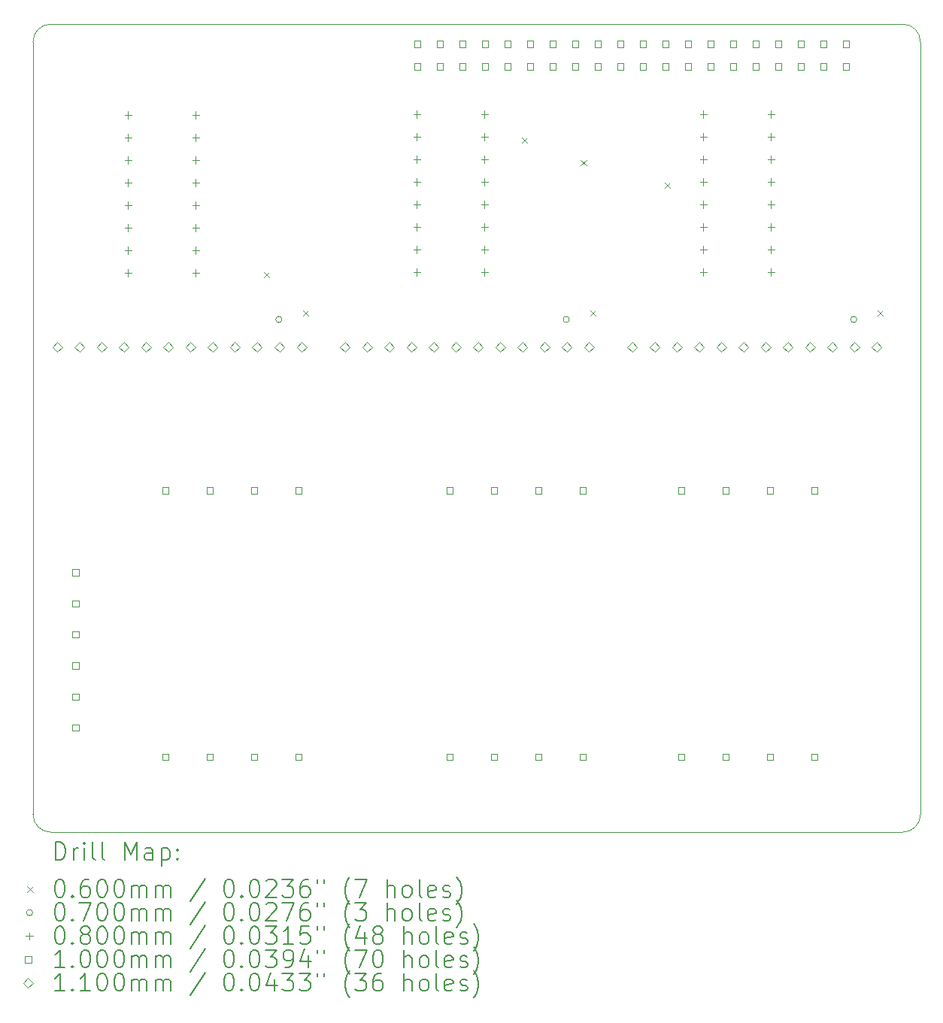
<source format=gbr>
%TF.GenerationSoftware,KiCad,Pcbnew,(6.0.8)*%
%TF.CreationDate,2022-10-16T23:30:22+02:00*%
%TF.ProjectId,RPiWattMeterHatv3,52506957-6174-4744-9d65-746572486174,rev?*%
%TF.SameCoordinates,Original*%
%TF.FileFunction,Drillmap*%
%TF.FilePolarity,Positive*%
%FSLAX45Y45*%
G04 Gerber Fmt 4.5, Leading zero omitted, Abs format (unit mm)*
G04 Created by KiCad (PCBNEW (6.0.8)) date 2022-10-16 23:30:22*
%MOMM*%
%LPD*%
G01*
G04 APERTURE LIST*
%ADD10C,0.050000*%
%ADD11C,0.200000*%
%ADD12C,0.060000*%
%ADD13C,0.070000*%
%ADD14C,0.080000*%
%ADD15C,0.100000*%
%ADD16C,0.110000*%
G04 APERTURE END LIST*
D10*
X6707500Y-4400000D02*
X16300000Y-4400000D01*
X6507500Y-13302000D02*
X6507500Y-4600000D01*
X16500000Y-4600000D02*
X16500000Y-13302000D01*
X16500000Y-4600000D02*
G75*
G03*
X16300000Y-4400000I-200000J0D01*
G01*
X16300000Y-13502000D02*
X6707500Y-13502000D01*
X16300000Y-13502000D02*
G75*
G03*
X16500000Y-13302000I0J200000D01*
G01*
X6507500Y-13302000D02*
G75*
G03*
X6707500Y-13502000I200000J0D01*
G01*
X6707500Y-4400000D02*
G75*
G03*
X6507500Y-4600000I0J-200000D01*
G01*
D11*
D12*
X9107000Y-7197000D02*
X9167000Y-7257000D01*
X9167000Y-7197000D02*
X9107000Y-7257000D01*
X9544500Y-7622000D02*
X9604500Y-7682000D01*
X9604500Y-7622000D02*
X9544500Y-7682000D01*
X12012000Y-5677637D02*
X12072000Y-5737637D01*
X12072000Y-5677637D02*
X12012000Y-5737637D01*
X12677000Y-5928189D02*
X12737000Y-5988189D01*
X12737000Y-5928189D02*
X12677000Y-5988189D01*
X12782000Y-7622000D02*
X12842000Y-7682000D01*
X12842000Y-7622000D02*
X12782000Y-7682000D01*
X13617871Y-6182871D02*
X13677871Y-6242871D01*
X13677871Y-6182871D02*
X13617871Y-6242871D01*
X16019500Y-7622000D02*
X16079500Y-7682000D01*
X16079500Y-7622000D02*
X16019500Y-7682000D01*
D13*
X9309500Y-7727000D02*
G75*
G03*
X9309500Y-7727000I-35000J0D01*
G01*
X12547000Y-7727000D02*
G75*
G03*
X12547000Y-7727000I-35000J0D01*
G01*
X15784500Y-7727000D02*
G75*
G03*
X15784500Y-7727000I-35000J0D01*
G01*
D14*
X7580000Y-5384000D02*
X7580000Y-5464000D01*
X7540000Y-5424000D02*
X7620000Y-5424000D01*
X7580000Y-5638000D02*
X7580000Y-5718000D01*
X7540000Y-5678000D02*
X7620000Y-5678000D01*
X7580000Y-5892000D02*
X7580000Y-5972000D01*
X7540000Y-5932000D02*
X7620000Y-5932000D01*
X7580000Y-6146000D02*
X7580000Y-6226000D01*
X7540000Y-6186000D02*
X7620000Y-6186000D01*
X7580000Y-6400000D02*
X7580000Y-6480000D01*
X7540000Y-6440000D02*
X7620000Y-6440000D01*
X7580000Y-6654000D02*
X7580000Y-6734000D01*
X7540000Y-6694000D02*
X7620000Y-6694000D01*
X7580000Y-6908000D02*
X7580000Y-6988000D01*
X7540000Y-6948000D02*
X7620000Y-6948000D01*
X7580000Y-7162000D02*
X7580000Y-7242000D01*
X7540000Y-7202000D02*
X7620000Y-7202000D01*
X8342000Y-5384000D02*
X8342000Y-5464000D01*
X8302000Y-5424000D02*
X8382000Y-5424000D01*
X8342000Y-5638000D02*
X8342000Y-5718000D01*
X8302000Y-5678000D02*
X8382000Y-5678000D01*
X8342000Y-5892000D02*
X8342000Y-5972000D01*
X8302000Y-5932000D02*
X8382000Y-5932000D01*
X8342000Y-6146000D02*
X8342000Y-6226000D01*
X8302000Y-6186000D02*
X8382000Y-6186000D01*
X8342000Y-6400000D02*
X8342000Y-6480000D01*
X8302000Y-6440000D02*
X8382000Y-6440000D01*
X8342000Y-6654000D02*
X8342000Y-6734000D01*
X8302000Y-6694000D02*
X8382000Y-6694000D01*
X8342000Y-6908000D02*
X8342000Y-6988000D01*
X8302000Y-6948000D02*
X8382000Y-6948000D01*
X8342000Y-7162000D02*
X8342000Y-7242000D01*
X8302000Y-7202000D02*
X8382000Y-7202000D01*
X10830000Y-5374000D02*
X10830000Y-5454000D01*
X10790000Y-5414000D02*
X10870000Y-5414000D01*
X10830000Y-5628000D02*
X10830000Y-5708000D01*
X10790000Y-5668000D02*
X10870000Y-5668000D01*
X10830000Y-5882000D02*
X10830000Y-5962000D01*
X10790000Y-5922000D02*
X10870000Y-5922000D01*
X10830000Y-6136000D02*
X10830000Y-6216000D01*
X10790000Y-6176000D02*
X10870000Y-6176000D01*
X10830000Y-6390000D02*
X10830000Y-6470000D01*
X10790000Y-6430000D02*
X10870000Y-6430000D01*
X10830000Y-6644000D02*
X10830000Y-6724000D01*
X10790000Y-6684000D02*
X10870000Y-6684000D01*
X10830000Y-6898000D02*
X10830000Y-6978000D01*
X10790000Y-6938000D02*
X10870000Y-6938000D01*
X10830000Y-7152000D02*
X10830000Y-7232000D01*
X10790000Y-7192000D02*
X10870000Y-7192000D01*
X11592000Y-5374000D02*
X11592000Y-5454000D01*
X11552000Y-5414000D02*
X11632000Y-5414000D01*
X11592000Y-5628000D02*
X11592000Y-5708000D01*
X11552000Y-5668000D02*
X11632000Y-5668000D01*
X11592000Y-5882000D02*
X11592000Y-5962000D01*
X11552000Y-5922000D02*
X11632000Y-5922000D01*
X11592000Y-6136000D02*
X11592000Y-6216000D01*
X11552000Y-6176000D02*
X11632000Y-6176000D01*
X11592000Y-6390000D02*
X11592000Y-6470000D01*
X11552000Y-6430000D02*
X11632000Y-6430000D01*
X11592000Y-6644000D02*
X11592000Y-6724000D01*
X11552000Y-6684000D02*
X11632000Y-6684000D01*
X11592000Y-6898000D02*
X11592000Y-6978000D01*
X11552000Y-6938000D02*
X11632000Y-6938000D01*
X11592000Y-7152000D02*
X11592000Y-7232000D01*
X11552000Y-7192000D02*
X11632000Y-7192000D01*
X14055000Y-5374000D02*
X14055000Y-5454000D01*
X14015000Y-5414000D02*
X14095000Y-5414000D01*
X14055000Y-5628000D02*
X14055000Y-5708000D01*
X14015000Y-5668000D02*
X14095000Y-5668000D01*
X14055000Y-5882000D02*
X14055000Y-5962000D01*
X14015000Y-5922000D02*
X14095000Y-5922000D01*
X14055000Y-6136000D02*
X14055000Y-6216000D01*
X14015000Y-6176000D02*
X14095000Y-6176000D01*
X14055000Y-6390000D02*
X14055000Y-6470000D01*
X14015000Y-6430000D02*
X14095000Y-6430000D01*
X14055000Y-6644000D02*
X14055000Y-6724000D01*
X14015000Y-6684000D02*
X14095000Y-6684000D01*
X14055000Y-6898000D02*
X14055000Y-6978000D01*
X14015000Y-6938000D02*
X14095000Y-6938000D01*
X14055000Y-7152000D02*
X14055000Y-7232000D01*
X14015000Y-7192000D02*
X14095000Y-7192000D01*
X14817000Y-5374000D02*
X14817000Y-5454000D01*
X14777000Y-5414000D02*
X14857000Y-5414000D01*
X14817000Y-5628000D02*
X14817000Y-5708000D01*
X14777000Y-5668000D02*
X14857000Y-5668000D01*
X14817000Y-5882000D02*
X14817000Y-5962000D01*
X14777000Y-5922000D02*
X14857000Y-5922000D01*
X14817000Y-6136000D02*
X14817000Y-6216000D01*
X14777000Y-6176000D02*
X14857000Y-6176000D01*
X14817000Y-6390000D02*
X14817000Y-6470000D01*
X14777000Y-6430000D02*
X14857000Y-6430000D01*
X14817000Y-6644000D02*
X14817000Y-6724000D01*
X14777000Y-6684000D02*
X14857000Y-6684000D01*
X14817000Y-6898000D02*
X14817000Y-6978000D01*
X14777000Y-6938000D02*
X14857000Y-6938000D01*
X14817000Y-7152000D02*
X14817000Y-7232000D01*
X14777000Y-7192000D02*
X14857000Y-7192000D01*
D15*
X7022356Y-10612356D02*
X7022356Y-10541644D01*
X6951644Y-10541644D01*
X6951644Y-10612356D01*
X7022356Y-10612356D01*
X7022356Y-10962356D02*
X7022356Y-10891644D01*
X6951644Y-10891644D01*
X6951644Y-10962356D01*
X7022356Y-10962356D01*
X7022356Y-11312356D02*
X7022356Y-11241644D01*
X6951644Y-11241644D01*
X6951644Y-11312356D01*
X7022356Y-11312356D01*
X7022356Y-11662356D02*
X7022356Y-11591644D01*
X6951644Y-11591644D01*
X6951644Y-11662356D01*
X7022356Y-11662356D01*
X7022356Y-12012356D02*
X7022356Y-11941644D01*
X6951644Y-11941644D01*
X6951644Y-12012356D01*
X7022356Y-12012356D01*
X7022356Y-12362356D02*
X7022356Y-12291644D01*
X6951644Y-12291644D01*
X6951644Y-12362356D01*
X7022356Y-12362356D01*
X8032356Y-9687356D02*
X8032356Y-9616644D01*
X7961644Y-9616644D01*
X7961644Y-9687356D01*
X8032356Y-9687356D01*
X8032356Y-12687356D02*
X8032356Y-12616644D01*
X7961644Y-12616644D01*
X7961644Y-12687356D01*
X8032356Y-12687356D01*
X8532356Y-9687356D02*
X8532356Y-9616644D01*
X8461644Y-9616644D01*
X8461644Y-9687356D01*
X8532356Y-9687356D01*
X8532356Y-12687356D02*
X8532356Y-12616644D01*
X8461644Y-12616644D01*
X8461644Y-12687356D01*
X8532356Y-12687356D01*
X9032356Y-9687356D02*
X9032356Y-9616644D01*
X8961644Y-9616644D01*
X8961644Y-9687356D01*
X9032356Y-9687356D01*
X9032356Y-12687356D02*
X9032356Y-12616644D01*
X8961644Y-12616644D01*
X8961644Y-12687356D01*
X9032356Y-12687356D01*
X9532356Y-9687356D02*
X9532356Y-9616644D01*
X9461644Y-9616644D01*
X9461644Y-9687356D01*
X9532356Y-9687356D01*
X9532356Y-12687356D02*
X9532356Y-12616644D01*
X9461644Y-12616644D01*
X9461644Y-12687356D01*
X9532356Y-12687356D01*
X10872356Y-4658356D02*
X10872356Y-4587644D01*
X10801644Y-4587644D01*
X10801644Y-4658356D01*
X10872356Y-4658356D01*
X10872356Y-4912356D02*
X10872356Y-4841644D01*
X10801644Y-4841644D01*
X10801644Y-4912356D01*
X10872356Y-4912356D01*
X11126356Y-4658356D02*
X11126356Y-4587644D01*
X11055644Y-4587644D01*
X11055644Y-4658356D01*
X11126356Y-4658356D01*
X11126356Y-4912356D02*
X11126356Y-4841644D01*
X11055644Y-4841644D01*
X11055644Y-4912356D01*
X11126356Y-4912356D01*
X11232356Y-9687356D02*
X11232356Y-9616644D01*
X11161644Y-9616644D01*
X11161644Y-9687356D01*
X11232356Y-9687356D01*
X11232356Y-12687356D02*
X11232356Y-12616644D01*
X11161644Y-12616644D01*
X11161644Y-12687356D01*
X11232356Y-12687356D01*
X11380356Y-4658356D02*
X11380356Y-4587644D01*
X11309644Y-4587644D01*
X11309644Y-4658356D01*
X11380356Y-4658356D01*
X11380356Y-4912356D02*
X11380356Y-4841644D01*
X11309644Y-4841644D01*
X11309644Y-4912356D01*
X11380356Y-4912356D01*
X11634356Y-4658356D02*
X11634356Y-4587644D01*
X11563644Y-4587644D01*
X11563644Y-4658356D01*
X11634356Y-4658356D01*
X11634356Y-4912356D02*
X11634356Y-4841644D01*
X11563644Y-4841644D01*
X11563644Y-4912356D01*
X11634356Y-4912356D01*
X11732356Y-9687356D02*
X11732356Y-9616644D01*
X11661644Y-9616644D01*
X11661644Y-9687356D01*
X11732356Y-9687356D01*
X11732356Y-12687356D02*
X11732356Y-12616644D01*
X11661644Y-12616644D01*
X11661644Y-12687356D01*
X11732356Y-12687356D01*
X11888356Y-4658356D02*
X11888356Y-4587644D01*
X11817644Y-4587644D01*
X11817644Y-4658356D01*
X11888356Y-4658356D01*
X11888356Y-4912356D02*
X11888356Y-4841644D01*
X11817644Y-4841644D01*
X11817644Y-4912356D01*
X11888356Y-4912356D01*
X12142356Y-4658356D02*
X12142356Y-4587644D01*
X12071644Y-4587644D01*
X12071644Y-4658356D01*
X12142356Y-4658356D01*
X12142356Y-4912356D02*
X12142356Y-4841644D01*
X12071644Y-4841644D01*
X12071644Y-4912356D01*
X12142356Y-4912356D01*
X12232356Y-9687356D02*
X12232356Y-9616644D01*
X12161644Y-9616644D01*
X12161644Y-9687356D01*
X12232356Y-9687356D01*
X12232356Y-12687356D02*
X12232356Y-12616644D01*
X12161644Y-12616644D01*
X12161644Y-12687356D01*
X12232356Y-12687356D01*
X12396356Y-4658356D02*
X12396356Y-4587644D01*
X12325644Y-4587644D01*
X12325644Y-4658356D01*
X12396356Y-4658356D01*
X12396356Y-4912356D02*
X12396356Y-4841644D01*
X12325644Y-4841644D01*
X12325644Y-4912356D01*
X12396356Y-4912356D01*
X12650356Y-4658356D02*
X12650356Y-4587644D01*
X12579644Y-4587644D01*
X12579644Y-4658356D01*
X12650356Y-4658356D01*
X12650356Y-4912356D02*
X12650356Y-4841644D01*
X12579644Y-4841644D01*
X12579644Y-4912356D01*
X12650356Y-4912356D01*
X12732356Y-9687356D02*
X12732356Y-9616644D01*
X12661644Y-9616644D01*
X12661644Y-9687356D01*
X12732356Y-9687356D01*
X12732356Y-12687356D02*
X12732356Y-12616644D01*
X12661644Y-12616644D01*
X12661644Y-12687356D01*
X12732356Y-12687356D01*
X12904356Y-4658356D02*
X12904356Y-4587644D01*
X12833644Y-4587644D01*
X12833644Y-4658356D01*
X12904356Y-4658356D01*
X12904356Y-4912356D02*
X12904356Y-4841644D01*
X12833644Y-4841644D01*
X12833644Y-4912356D01*
X12904356Y-4912356D01*
X13158356Y-4658356D02*
X13158356Y-4587644D01*
X13087644Y-4587644D01*
X13087644Y-4658356D01*
X13158356Y-4658356D01*
X13158356Y-4912356D02*
X13158356Y-4841644D01*
X13087644Y-4841644D01*
X13087644Y-4912356D01*
X13158356Y-4912356D01*
X13412356Y-4658356D02*
X13412356Y-4587644D01*
X13341644Y-4587644D01*
X13341644Y-4658356D01*
X13412356Y-4658356D01*
X13412356Y-4912356D02*
X13412356Y-4841644D01*
X13341644Y-4841644D01*
X13341644Y-4912356D01*
X13412356Y-4912356D01*
X13666356Y-4658356D02*
X13666356Y-4587644D01*
X13595644Y-4587644D01*
X13595644Y-4658356D01*
X13666356Y-4658356D01*
X13666356Y-4912356D02*
X13666356Y-4841644D01*
X13595644Y-4841644D01*
X13595644Y-4912356D01*
X13666356Y-4912356D01*
X13842356Y-9687356D02*
X13842356Y-9616644D01*
X13771644Y-9616644D01*
X13771644Y-9687356D01*
X13842356Y-9687356D01*
X13842356Y-12687356D02*
X13842356Y-12616644D01*
X13771644Y-12616644D01*
X13771644Y-12687356D01*
X13842356Y-12687356D01*
X13920356Y-4658356D02*
X13920356Y-4587644D01*
X13849644Y-4587644D01*
X13849644Y-4658356D01*
X13920356Y-4658356D01*
X13920356Y-4912356D02*
X13920356Y-4841644D01*
X13849644Y-4841644D01*
X13849644Y-4912356D01*
X13920356Y-4912356D01*
X14174356Y-4658356D02*
X14174356Y-4587644D01*
X14103644Y-4587644D01*
X14103644Y-4658356D01*
X14174356Y-4658356D01*
X14174356Y-4912356D02*
X14174356Y-4841644D01*
X14103644Y-4841644D01*
X14103644Y-4912356D01*
X14174356Y-4912356D01*
X14342356Y-9687356D02*
X14342356Y-9616644D01*
X14271644Y-9616644D01*
X14271644Y-9687356D01*
X14342356Y-9687356D01*
X14342356Y-12687356D02*
X14342356Y-12616644D01*
X14271644Y-12616644D01*
X14271644Y-12687356D01*
X14342356Y-12687356D01*
X14428356Y-4658356D02*
X14428356Y-4587644D01*
X14357644Y-4587644D01*
X14357644Y-4658356D01*
X14428356Y-4658356D01*
X14428356Y-4912356D02*
X14428356Y-4841644D01*
X14357644Y-4841644D01*
X14357644Y-4912356D01*
X14428356Y-4912356D01*
X14682356Y-4658356D02*
X14682356Y-4587644D01*
X14611644Y-4587644D01*
X14611644Y-4658356D01*
X14682356Y-4658356D01*
X14682356Y-4912356D02*
X14682356Y-4841644D01*
X14611644Y-4841644D01*
X14611644Y-4912356D01*
X14682356Y-4912356D01*
X14842356Y-9687356D02*
X14842356Y-9616644D01*
X14771644Y-9616644D01*
X14771644Y-9687356D01*
X14842356Y-9687356D01*
X14842356Y-12687356D02*
X14842356Y-12616644D01*
X14771644Y-12616644D01*
X14771644Y-12687356D01*
X14842356Y-12687356D01*
X14936356Y-4658356D02*
X14936356Y-4587644D01*
X14865644Y-4587644D01*
X14865644Y-4658356D01*
X14936356Y-4658356D01*
X14936356Y-4912356D02*
X14936356Y-4841644D01*
X14865644Y-4841644D01*
X14865644Y-4912356D01*
X14936356Y-4912356D01*
X15190356Y-4658356D02*
X15190356Y-4587644D01*
X15119644Y-4587644D01*
X15119644Y-4658356D01*
X15190356Y-4658356D01*
X15190356Y-4912356D02*
X15190356Y-4841644D01*
X15119644Y-4841644D01*
X15119644Y-4912356D01*
X15190356Y-4912356D01*
X15342356Y-9687356D02*
X15342356Y-9616644D01*
X15271644Y-9616644D01*
X15271644Y-9687356D01*
X15342356Y-9687356D01*
X15342356Y-12687356D02*
X15342356Y-12616644D01*
X15271644Y-12616644D01*
X15271644Y-12687356D01*
X15342356Y-12687356D01*
X15444356Y-4658356D02*
X15444356Y-4587644D01*
X15373644Y-4587644D01*
X15373644Y-4658356D01*
X15444356Y-4658356D01*
X15444356Y-4912356D02*
X15444356Y-4841644D01*
X15373644Y-4841644D01*
X15373644Y-4912356D01*
X15444356Y-4912356D01*
X15698356Y-4658356D02*
X15698356Y-4587644D01*
X15627644Y-4587644D01*
X15627644Y-4658356D01*
X15698356Y-4658356D01*
X15698356Y-4912356D02*
X15698356Y-4841644D01*
X15627644Y-4841644D01*
X15627644Y-4912356D01*
X15698356Y-4912356D01*
D16*
X6782000Y-8092088D02*
X6837000Y-8037088D01*
X6782000Y-7982088D01*
X6727000Y-8037088D01*
X6782000Y-8092088D01*
X7032000Y-8092088D02*
X7087000Y-8037088D01*
X7032000Y-7982088D01*
X6977000Y-8037088D01*
X7032000Y-8092088D01*
X7282000Y-8092088D02*
X7337000Y-8037088D01*
X7282000Y-7982088D01*
X7227000Y-8037088D01*
X7282000Y-8092088D01*
X7532000Y-8092088D02*
X7587000Y-8037088D01*
X7532000Y-7982088D01*
X7477000Y-8037088D01*
X7532000Y-8092088D01*
X7782000Y-8092088D02*
X7837000Y-8037088D01*
X7782000Y-7982088D01*
X7727000Y-8037088D01*
X7782000Y-8092088D01*
X8032000Y-8092088D02*
X8087000Y-8037088D01*
X8032000Y-7982088D01*
X7977000Y-8037088D01*
X8032000Y-8092088D01*
X8282000Y-8092088D02*
X8337000Y-8037088D01*
X8282000Y-7982088D01*
X8227000Y-8037088D01*
X8282000Y-8092088D01*
X8532000Y-8092088D02*
X8587000Y-8037088D01*
X8532000Y-7982088D01*
X8477000Y-8037088D01*
X8532000Y-8092088D01*
X8782000Y-8092088D02*
X8837000Y-8037088D01*
X8782000Y-7982088D01*
X8727000Y-8037088D01*
X8782000Y-8092088D01*
X9032000Y-8092088D02*
X9087000Y-8037088D01*
X9032000Y-7982088D01*
X8977000Y-8037088D01*
X9032000Y-8092088D01*
X9282000Y-8092088D02*
X9337000Y-8037088D01*
X9282000Y-7982088D01*
X9227000Y-8037088D01*
X9282000Y-8092088D01*
X9532000Y-8092088D02*
X9587000Y-8037088D01*
X9532000Y-7982088D01*
X9477000Y-8037088D01*
X9532000Y-8092088D01*
X10020000Y-8092000D02*
X10075000Y-8037000D01*
X10020000Y-7982000D01*
X9965000Y-8037000D01*
X10020000Y-8092000D01*
X10270000Y-8092000D02*
X10325000Y-8037000D01*
X10270000Y-7982000D01*
X10215000Y-8037000D01*
X10270000Y-8092000D01*
X10520000Y-8092000D02*
X10575000Y-8037000D01*
X10520000Y-7982000D01*
X10465000Y-8037000D01*
X10520000Y-8092000D01*
X10770000Y-8092000D02*
X10825000Y-8037000D01*
X10770000Y-7982000D01*
X10715000Y-8037000D01*
X10770000Y-8092000D01*
X11020000Y-8092000D02*
X11075000Y-8037000D01*
X11020000Y-7982000D01*
X10965000Y-8037000D01*
X11020000Y-8092000D01*
X11270000Y-8092000D02*
X11325000Y-8037000D01*
X11270000Y-7982000D01*
X11215000Y-8037000D01*
X11270000Y-8092000D01*
X11520000Y-8092000D02*
X11575000Y-8037000D01*
X11520000Y-7982000D01*
X11465000Y-8037000D01*
X11520000Y-8092000D01*
X11770000Y-8092000D02*
X11825000Y-8037000D01*
X11770000Y-7982000D01*
X11715000Y-8037000D01*
X11770000Y-8092000D01*
X12020000Y-8092000D02*
X12075000Y-8037000D01*
X12020000Y-7982000D01*
X11965000Y-8037000D01*
X12020000Y-8092000D01*
X12270000Y-8092000D02*
X12325000Y-8037000D01*
X12270000Y-7982000D01*
X12215000Y-8037000D01*
X12270000Y-8092000D01*
X12520000Y-8092000D02*
X12575000Y-8037000D01*
X12520000Y-7982000D01*
X12465000Y-8037000D01*
X12520000Y-8092000D01*
X12770000Y-8092000D02*
X12825000Y-8037000D01*
X12770000Y-7982000D01*
X12715000Y-8037000D01*
X12770000Y-8092000D01*
X13257000Y-8092000D02*
X13312000Y-8037000D01*
X13257000Y-7982000D01*
X13202000Y-8037000D01*
X13257000Y-8092000D01*
X13507000Y-8092000D02*
X13562000Y-8037000D01*
X13507000Y-7982000D01*
X13452000Y-8037000D01*
X13507000Y-8092000D01*
X13757000Y-8092000D02*
X13812000Y-8037000D01*
X13757000Y-7982000D01*
X13702000Y-8037000D01*
X13757000Y-8092000D01*
X14007000Y-8092000D02*
X14062000Y-8037000D01*
X14007000Y-7982000D01*
X13952000Y-8037000D01*
X14007000Y-8092000D01*
X14257000Y-8092000D02*
X14312000Y-8037000D01*
X14257000Y-7982000D01*
X14202000Y-8037000D01*
X14257000Y-8092000D01*
X14507000Y-8092000D02*
X14562000Y-8037000D01*
X14507000Y-7982000D01*
X14452000Y-8037000D01*
X14507000Y-8092000D01*
X14757000Y-8092000D02*
X14812000Y-8037000D01*
X14757000Y-7982000D01*
X14702000Y-8037000D01*
X14757000Y-8092000D01*
X15007000Y-8092000D02*
X15062000Y-8037000D01*
X15007000Y-7982000D01*
X14952000Y-8037000D01*
X15007000Y-8092000D01*
X15257000Y-8092000D02*
X15312000Y-8037000D01*
X15257000Y-7982000D01*
X15202000Y-8037000D01*
X15257000Y-8092000D01*
X15507000Y-8092000D02*
X15562000Y-8037000D01*
X15507000Y-7982000D01*
X15452000Y-8037000D01*
X15507000Y-8092000D01*
X15757000Y-8092000D02*
X15812000Y-8037000D01*
X15757000Y-7982000D01*
X15702000Y-8037000D01*
X15757000Y-8092000D01*
X16007000Y-8092000D02*
X16062000Y-8037000D01*
X16007000Y-7982000D01*
X15952000Y-8037000D01*
X16007000Y-8092000D01*
D11*
X6762619Y-13814976D02*
X6762619Y-13614976D01*
X6810238Y-13614976D01*
X6838809Y-13624500D01*
X6857857Y-13643548D01*
X6867381Y-13662595D01*
X6876905Y-13700690D01*
X6876905Y-13729262D01*
X6867381Y-13767357D01*
X6857857Y-13786405D01*
X6838809Y-13805452D01*
X6810238Y-13814976D01*
X6762619Y-13814976D01*
X6962619Y-13814976D02*
X6962619Y-13681643D01*
X6962619Y-13719738D02*
X6972143Y-13700690D01*
X6981667Y-13691167D01*
X7000714Y-13681643D01*
X7019762Y-13681643D01*
X7086428Y-13814976D02*
X7086428Y-13681643D01*
X7086428Y-13614976D02*
X7076905Y-13624500D01*
X7086428Y-13634024D01*
X7095952Y-13624500D01*
X7086428Y-13614976D01*
X7086428Y-13634024D01*
X7210238Y-13814976D02*
X7191190Y-13805452D01*
X7181667Y-13786405D01*
X7181667Y-13614976D01*
X7315000Y-13814976D02*
X7295952Y-13805452D01*
X7286428Y-13786405D01*
X7286428Y-13614976D01*
X7543571Y-13814976D02*
X7543571Y-13614976D01*
X7610238Y-13757833D01*
X7676905Y-13614976D01*
X7676905Y-13814976D01*
X7857857Y-13814976D02*
X7857857Y-13710214D01*
X7848333Y-13691167D01*
X7829286Y-13681643D01*
X7791190Y-13681643D01*
X7772143Y-13691167D01*
X7857857Y-13805452D02*
X7838809Y-13814976D01*
X7791190Y-13814976D01*
X7772143Y-13805452D01*
X7762619Y-13786405D01*
X7762619Y-13767357D01*
X7772143Y-13748309D01*
X7791190Y-13738786D01*
X7838809Y-13738786D01*
X7857857Y-13729262D01*
X7953095Y-13681643D02*
X7953095Y-13881643D01*
X7953095Y-13691167D02*
X7972143Y-13681643D01*
X8010238Y-13681643D01*
X8029286Y-13691167D01*
X8038809Y-13700690D01*
X8048333Y-13719738D01*
X8048333Y-13776881D01*
X8038809Y-13795928D01*
X8029286Y-13805452D01*
X8010238Y-13814976D01*
X7972143Y-13814976D01*
X7953095Y-13805452D01*
X8134048Y-13795928D02*
X8143571Y-13805452D01*
X8134048Y-13814976D01*
X8124524Y-13805452D01*
X8134048Y-13795928D01*
X8134048Y-13814976D01*
X8134048Y-13691167D02*
X8143571Y-13700690D01*
X8134048Y-13710214D01*
X8124524Y-13700690D01*
X8134048Y-13691167D01*
X8134048Y-13710214D01*
D12*
X6445000Y-14114500D02*
X6505000Y-14174500D01*
X6505000Y-14114500D02*
X6445000Y-14174500D01*
D11*
X6800714Y-14034976D02*
X6819762Y-14034976D01*
X6838809Y-14044500D01*
X6848333Y-14054024D01*
X6857857Y-14073071D01*
X6867381Y-14111167D01*
X6867381Y-14158786D01*
X6857857Y-14196881D01*
X6848333Y-14215928D01*
X6838809Y-14225452D01*
X6819762Y-14234976D01*
X6800714Y-14234976D01*
X6781667Y-14225452D01*
X6772143Y-14215928D01*
X6762619Y-14196881D01*
X6753095Y-14158786D01*
X6753095Y-14111167D01*
X6762619Y-14073071D01*
X6772143Y-14054024D01*
X6781667Y-14044500D01*
X6800714Y-14034976D01*
X6953095Y-14215928D02*
X6962619Y-14225452D01*
X6953095Y-14234976D01*
X6943571Y-14225452D01*
X6953095Y-14215928D01*
X6953095Y-14234976D01*
X7134048Y-14034976D02*
X7095952Y-14034976D01*
X7076905Y-14044500D01*
X7067381Y-14054024D01*
X7048333Y-14082595D01*
X7038809Y-14120690D01*
X7038809Y-14196881D01*
X7048333Y-14215928D01*
X7057857Y-14225452D01*
X7076905Y-14234976D01*
X7115000Y-14234976D01*
X7134048Y-14225452D01*
X7143571Y-14215928D01*
X7153095Y-14196881D01*
X7153095Y-14149262D01*
X7143571Y-14130214D01*
X7134048Y-14120690D01*
X7115000Y-14111167D01*
X7076905Y-14111167D01*
X7057857Y-14120690D01*
X7048333Y-14130214D01*
X7038809Y-14149262D01*
X7276905Y-14034976D02*
X7295952Y-14034976D01*
X7315000Y-14044500D01*
X7324524Y-14054024D01*
X7334048Y-14073071D01*
X7343571Y-14111167D01*
X7343571Y-14158786D01*
X7334048Y-14196881D01*
X7324524Y-14215928D01*
X7315000Y-14225452D01*
X7295952Y-14234976D01*
X7276905Y-14234976D01*
X7257857Y-14225452D01*
X7248333Y-14215928D01*
X7238809Y-14196881D01*
X7229286Y-14158786D01*
X7229286Y-14111167D01*
X7238809Y-14073071D01*
X7248333Y-14054024D01*
X7257857Y-14044500D01*
X7276905Y-14034976D01*
X7467381Y-14034976D02*
X7486428Y-14034976D01*
X7505476Y-14044500D01*
X7515000Y-14054024D01*
X7524524Y-14073071D01*
X7534048Y-14111167D01*
X7534048Y-14158786D01*
X7524524Y-14196881D01*
X7515000Y-14215928D01*
X7505476Y-14225452D01*
X7486428Y-14234976D01*
X7467381Y-14234976D01*
X7448333Y-14225452D01*
X7438809Y-14215928D01*
X7429286Y-14196881D01*
X7419762Y-14158786D01*
X7419762Y-14111167D01*
X7429286Y-14073071D01*
X7438809Y-14054024D01*
X7448333Y-14044500D01*
X7467381Y-14034976D01*
X7619762Y-14234976D02*
X7619762Y-14101643D01*
X7619762Y-14120690D02*
X7629286Y-14111167D01*
X7648333Y-14101643D01*
X7676905Y-14101643D01*
X7695952Y-14111167D01*
X7705476Y-14130214D01*
X7705476Y-14234976D01*
X7705476Y-14130214D02*
X7715000Y-14111167D01*
X7734048Y-14101643D01*
X7762619Y-14101643D01*
X7781667Y-14111167D01*
X7791190Y-14130214D01*
X7791190Y-14234976D01*
X7886428Y-14234976D02*
X7886428Y-14101643D01*
X7886428Y-14120690D02*
X7895952Y-14111167D01*
X7915000Y-14101643D01*
X7943571Y-14101643D01*
X7962619Y-14111167D01*
X7972143Y-14130214D01*
X7972143Y-14234976D01*
X7972143Y-14130214D02*
X7981667Y-14111167D01*
X8000714Y-14101643D01*
X8029286Y-14101643D01*
X8048333Y-14111167D01*
X8057857Y-14130214D01*
X8057857Y-14234976D01*
X8448333Y-14025452D02*
X8276905Y-14282595D01*
X8705476Y-14034976D02*
X8724524Y-14034976D01*
X8743571Y-14044500D01*
X8753095Y-14054024D01*
X8762619Y-14073071D01*
X8772143Y-14111167D01*
X8772143Y-14158786D01*
X8762619Y-14196881D01*
X8753095Y-14215928D01*
X8743571Y-14225452D01*
X8724524Y-14234976D01*
X8705476Y-14234976D01*
X8686429Y-14225452D01*
X8676905Y-14215928D01*
X8667381Y-14196881D01*
X8657857Y-14158786D01*
X8657857Y-14111167D01*
X8667381Y-14073071D01*
X8676905Y-14054024D01*
X8686429Y-14044500D01*
X8705476Y-14034976D01*
X8857857Y-14215928D02*
X8867381Y-14225452D01*
X8857857Y-14234976D01*
X8848333Y-14225452D01*
X8857857Y-14215928D01*
X8857857Y-14234976D01*
X8991190Y-14034976D02*
X9010238Y-14034976D01*
X9029286Y-14044500D01*
X9038810Y-14054024D01*
X9048333Y-14073071D01*
X9057857Y-14111167D01*
X9057857Y-14158786D01*
X9048333Y-14196881D01*
X9038810Y-14215928D01*
X9029286Y-14225452D01*
X9010238Y-14234976D01*
X8991190Y-14234976D01*
X8972143Y-14225452D01*
X8962619Y-14215928D01*
X8953095Y-14196881D01*
X8943571Y-14158786D01*
X8943571Y-14111167D01*
X8953095Y-14073071D01*
X8962619Y-14054024D01*
X8972143Y-14044500D01*
X8991190Y-14034976D01*
X9134048Y-14054024D02*
X9143571Y-14044500D01*
X9162619Y-14034976D01*
X9210238Y-14034976D01*
X9229286Y-14044500D01*
X9238810Y-14054024D01*
X9248333Y-14073071D01*
X9248333Y-14092119D01*
X9238810Y-14120690D01*
X9124524Y-14234976D01*
X9248333Y-14234976D01*
X9315000Y-14034976D02*
X9438810Y-14034976D01*
X9372143Y-14111167D01*
X9400714Y-14111167D01*
X9419762Y-14120690D01*
X9429286Y-14130214D01*
X9438810Y-14149262D01*
X9438810Y-14196881D01*
X9429286Y-14215928D01*
X9419762Y-14225452D01*
X9400714Y-14234976D01*
X9343571Y-14234976D01*
X9324524Y-14225452D01*
X9315000Y-14215928D01*
X9610238Y-14034976D02*
X9572143Y-14034976D01*
X9553095Y-14044500D01*
X9543571Y-14054024D01*
X9524524Y-14082595D01*
X9515000Y-14120690D01*
X9515000Y-14196881D01*
X9524524Y-14215928D01*
X9534048Y-14225452D01*
X9553095Y-14234976D01*
X9591190Y-14234976D01*
X9610238Y-14225452D01*
X9619762Y-14215928D01*
X9629286Y-14196881D01*
X9629286Y-14149262D01*
X9619762Y-14130214D01*
X9610238Y-14120690D01*
X9591190Y-14111167D01*
X9553095Y-14111167D01*
X9534048Y-14120690D01*
X9524524Y-14130214D01*
X9515000Y-14149262D01*
X9705476Y-14034976D02*
X9705476Y-14073071D01*
X9781667Y-14034976D02*
X9781667Y-14073071D01*
X10076905Y-14311167D02*
X10067381Y-14301643D01*
X10048333Y-14273071D01*
X10038810Y-14254024D01*
X10029286Y-14225452D01*
X10019762Y-14177833D01*
X10019762Y-14139738D01*
X10029286Y-14092119D01*
X10038810Y-14063548D01*
X10048333Y-14044500D01*
X10067381Y-14015928D01*
X10076905Y-14006405D01*
X10134048Y-14034976D02*
X10267381Y-14034976D01*
X10181667Y-14234976D01*
X10495952Y-14234976D02*
X10495952Y-14034976D01*
X10581667Y-14234976D02*
X10581667Y-14130214D01*
X10572143Y-14111167D01*
X10553095Y-14101643D01*
X10524524Y-14101643D01*
X10505476Y-14111167D01*
X10495952Y-14120690D01*
X10705476Y-14234976D02*
X10686429Y-14225452D01*
X10676905Y-14215928D01*
X10667381Y-14196881D01*
X10667381Y-14139738D01*
X10676905Y-14120690D01*
X10686429Y-14111167D01*
X10705476Y-14101643D01*
X10734048Y-14101643D01*
X10753095Y-14111167D01*
X10762619Y-14120690D01*
X10772143Y-14139738D01*
X10772143Y-14196881D01*
X10762619Y-14215928D01*
X10753095Y-14225452D01*
X10734048Y-14234976D01*
X10705476Y-14234976D01*
X10886429Y-14234976D02*
X10867381Y-14225452D01*
X10857857Y-14206405D01*
X10857857Y-14034976D01*
X11038810Y-14225452D02*
X11019762Y-14234976D01*
X10981667Y-14234976D01*
X10962619Y-14225452D01*
X10953095Y-14206405D01*
X10953095Y-14130214D01*
X10962619Y-14111167D01*
X10981667Y-14101643D01*
X11019762Y-14101643D01*
X11038810Y-14111167D01*
X11048333Y-14130214D01*
X11048333Y-14149262D01*
X10953095Y-14168309D01*
X11124524Y-14225452D02*
X11143571Y-14234976D01*
X11181667Y-14234976D01*
X11200714Y-14225452D01*
X11210238Y-14206405D01*
X11210238Y-14196881D01*
X11200714Y-14177833D01*
X11181667Y-14168309D01*
X11153095Y-14168309D01*
X11134048Y-14158786D01*
X11124524Y-14139738D01*
X11124524Y-14130214D01*
X11134048Y-14111167D01*
X11153095Y-14101643D01*
X11181667Y-14101643D01*
X11200714Y-14111167D01*
X11276905Y-14311167D02*
X11286428Y-14301643D01*
X11305476Y-14273071D01*
X11315000Y-14254024D01*
X11324524Y-14225452D01*
X11334048Y-14177833D01*
X11334048Y-14139738D01*
X11324524Y-14092119D01*
X11315000Y-14063548D01*
X11305476Y-14044500D01*
X11286428Y-14015928D01*
X11276905Y-14006405D01*
D13*
X6505000Y-14408500D02*
G75*
G03*
X6505000Y-14408500I-35000J0D01*
G01*
D11*
X6800714Y-14298976D02*
X6819762Y-14298976D01*
X6838809Y-14308500D01*
X6848333Y-14318024D01*
X6857857Y-14337071D01*
X6867381Y-14375167D01*
X6867381Y-14422786D01*
X6857857Y-14460881D01*
X6848333Y-14479928D01*
X6838809Y-14489452D01*
X6819762Y-14498976D01*
X6800714Y-14498976D01*
X6781667Y-14489452D01*
X6772143Y-14479928D01*
X6762619Y-14460881D01*
X6753095Y-14422786D01*
X6753095Y-14375167D01*
X6762619Y-14337071D01*
X6772143Y-14318024D01*
X6781667Y-14308500D01*
X6800714Y-14298976D01*
X6953095Y-14479928D02*
X6962619Y-14489452D01*
X6953095Y-14498976D01*
X6943571Y-14489452D01*
X6953095Y-14479928D01*
X6953095Y-14498976D01*
X7029286Y-14298976D02*
X7162619Y-14298976D01*
X7076905Y-14498976D01*
X7276905Y-14298976D02*
X7295952Y-14298976D01*
X7315000Y-14308500D01*
X7324524Y-14318024D01*
X7334048Y-14337071D01*
X7343571Y-14375167D01*
X7343571Y-14422786D01*
X7334048Y-14460881D01*
X7324524Y-14479928D01*
X7315000Y-14489452D01*
X7295952Y-14498976D01*
X7276905Y-14498976D01*
X7257857Y-14489452D01*
X7248333Y-14479928D01*
X7238809Y-14460881D01*
X7229286Y-14422786D01*
X7229286Y-14375167D01*
X7238809Y-14337071D01*
X7248333Y-14318024D01*
X7257857Y-14308500D01*
X7276905Y-14298976D01*
X7467381Y-14298976D02*
X7486428Y-14298976D01*
X7505476Y-14308500D01*
X7515000Y-14318024D01*
X7524524Y-14337071D01*
X7534048Y-14375167D01*
X7534048Y-14422786D01*
X7524524Y-14460881D01*
X7515000Y-14479928D01*
X7505476Y-14489452D01*
X7486428Y-14498976D01*
X7467381Y-14498976D01*
X7448333Y-14489452D01*
X7438809Y-14479928D01*
X7429286Y-14460881D01*
X7419762Y-14422786D01*
X7419762Y-14375167D01*
X7429286Y-14337071D01*
X7438809Y-14318024D01*
X7448333Y-14308500D01*
X7467381Y-14298976D01*
X7619762Y-14498976D02*
X7619762Y-14365643D01*
X7619762Y-14384690D02*
X7629286Y-14375167D01*
X7648333Y-14365643D01*
X7676905Y-14365643D01*
X7695952Y-14375167D01*
X7705476Y-14394214D01*
X7705476Y-14498976D01*
X7705476Y-14394214D02*
X7715000Y-14375167D01*
X7734048Y-14365643D01*
X7762619Y-14365643D01*
X7781667Y-14375167D01*
X7791190Y-14394214D01*
X7791190Y-14498976D01*
X7886428Y-14498976D02*
X7886428Y-14365643D01*
X7886428Y-14384690D02*
X7895952Y-14375167D01*
X7915000Y-14365643D01*
X7943571Y-14365643D01*
X7962619Y-14375167D01*
X7972143Y-14394214D01*
X7972143Y-14498976D01*
X7972143Y-14394214D02*
X7981667Y-14375167D01*
X8000714Y-14365643D01*
X8029286Y-14365643D01*
X8048333Y-14375167D01*
X8057857Y-14394214D01*
X8057857Y-14498976D01*
X8448333Y-14289452D02*
X8276905Y-14546595D01*
X8705476Y-14298976D02*
X8724524Y-14298976D01*
X8743571Y-14308500D01*
X8753095Y-14318024D01*
X8762619Y-14337071D01*
X8772143Y-14375167D01*
X8772143Y-14422786D01*
X8762619Y-14460881D01*
X8753095Y-14479928D01*
X8743571Y-14489452D01*
X8724524Y-14498976D01*
X8705476Y-14498976D01*
X8686429Y-14489452D01*
X8676905Y-14479928D01*
X8667381Y-14460881D01*
X8657857Y-14422786D01*
X8657857Y-14375167D01*
X8667381Y-14337071D01*
X8676905Y-14318024D01*
X8686429Y-14308500D01*
X8705476Y-14298976D01*
X8857857Y-14479928D02*
X8867381Y-14489452D01*
X8857857Y-14498976D01*
X8848333Y-14489452D01*
X8857857Y-14479928D01*
X8857857Y-14498976D01*
X8991190Y-14298976D02*
X9010238Y-14298976D01*
X9029286Y-14308500D01*
X9038810Y-14318024D01*
X9048333Y-14337071D01*
X9057857Y-14375167D01*
X9057857Y-14422786D01*
X9048333Y-14460881D01*
X9038810Y-14479928D01*
X9029286Y-14489452D01*
X9010238Y-14498976D01*
X8991190Y-14498976D01*
X8972143Y-14489452D01*
X8962619Y-14479928D01*
X8953095Y-14460881D01*
X8943571Y-14422786D01*
X8943571Y-14375167D01*
X8953095Y-14337071D01*
X8962619Y-14318024D01*
X8972143Y-14308500D01*
X8991190Y-14298976D01*
X9134048Y-14318024D02*
X9143571Y-14308500D01*
X9162619Y-14298976D01*
X9210238Y-14298976D01*
X9229286Y-14308500D01*
X9238810Y-14318024D01*
X9248333Y-14337071D01*
X9248333Y-14356119D01*
X9238810Y-14384690D01*
X9124524Y-14498976D01*
X9248333Y-14498976D01*
X9315000Y-14298976D02*
X9448333Y-14298976D01*
X9362619Y-14498976D01*
X9610238Y-14298976D02*
X9572143Y-14298976D01*
X9553095Y-14308500D01*
X9543571Y-14318024D01*
X9524524Y-14346595D01*
X9515000Y-14384690D01*
X9515000Y-14460881D01*
X9524524Y-14479928D01*
X9534048Y-14489452D01*
X9553095Y-14498976D01*
X9591190Y-14498976D01*
X9610238Y-14489452D01*
X9619762Y-14479928D01*
X9629286Y-14460881D01*
X9629286Y-14413262D01*
X9619762Y-14394214D01*
X9610238Y-14384690D01*
X9591190Y-14375167D01*
X9553095Y-14375167D01*
X9534048Y-14384690D01*
X9524524Y-14394214D01*
X9515000Y-14413262D01*
X9705476Y-14298976D02*
X9705476Y-14337071D01*
X9781667Y-14298976D02*
X9781667Y-14337071D01*
X10076905Y-14575167D02*
X10067381Y-14565643D01*
X10048333Y-14537071D01*
X10038810Y-14518024D01*
X10029286Y-14489452D01*
X10019762Y-14441833D01*
X10019762Y-14403738D01*
X10029286Y-14356119D01*
X10038810Y-14327548D01*
X10048333Y-14308500D01*
X10067381Y-14279928D01*
X10076905Y-14270405D01*
X10134048Y-14298976D02*
X10257857Y-14298976D01*
X10191190Y-14375167D01*
X10219762Y-14375167D01*
X10238810Y-14384690D01*
X10248333Y-14394214D01*
X10257857Y-14413262D01*
X10257857Y-14460881D01*
X10248333Y-14479928D01*
X10238810Y-14489452D01*
X10219762Y-14498976D01*
X10162619Y-14498976D01*
X10143571Y-14489452D01*
X10134048Y-14479928D01*
X10495952Y-14498976D02*
X10495952Y-14298976D01*
X10581667Y-14498976D02*
X10581667Y-14394214D01*
X10572143Y-14375167D01*
X10553095Y-14365643D01*
X10524524Y-14365643D01*
X10505476Y-14375167D01*
X10495952Y-14384690D01*
X10705476Y-14498976D02*
X10686429Y-14489452D01*
X10676905Y-14479928D01*
X10667381Y-14460881D01*
X10667381Y-14403738D01*
X10676905Y-14384690D01*
X10686429Y-14375167D01*
X10705476Y-14365643D01*
X10734048Y-14365643D01*
X10753095Y-14375167D01*
X10762619Y-14384690D01*
X10772143Y-14403738D01*
X10772143Y-14460881D01*
X10762619Y-14479928D01*
X10753095Y-14489452D01*
X10734048Y-14498976D01*
X10705476Y-14498976D01*
X10886429Y-14498976D02*
X10867381Y-14489452D01*
X10857857Y-14470405D01*
X10857857Y-14298976D01*
X11038810Y-14489452D02*
X11019762Y-14498976D01*
X10981667Y-14498976D01*
X10962619Y-14489452D01*
X10953095Y-14470405D01*
X10953095Y-14394214D01*
X10962619Y-14375167D01*
X10981667Y-14365643D01*
X11019762Y-14365643D01*
X11038810Y-14375167D01*
X11048333Y-14394214D01*
X11048333Y-14413262D01*
X10953095Y-14432309D01*
X11124524Y-14489452D02*
X11143571Y-14498976D01*
X11181667Y-14498976D01*
X11200714Y-14489452D01*
X11210238Y-14470405D01*
X11210238Y-14460881D01*
X11200714Y-14441833D01*
X11181667Y-14432309D01*
X11153095Y-14432309D01*
X11134048Y-14422786D01*
X11124524Y-14403738D01*
X11124524Y-14394214D01*
X11134048Y-14375167D01*
X11153095Y-14365643D01*
X11181667Y-14365643D01*
X11200714Y-14375167D01*
X11276905Y-14575167D02*
X11286428Y-14565643D01*
X11305476Y-14537071D01*
X11315000Y-14518024D01*
X11324524Y-14489452D01*
X11334048Y-14441833D01*
X11334048Y-14403738D01*
X11324524Y-14356119D01*
X11315000Y-14327548D01*
X11305476Y-14308500D01*
X11286428Y-14279928D01*
X11276905Y-14270405D01*
D14*
X6465000Y-14632500D02*
X6465000Y-14712500D01*
X6425000Y-14672500D02*
X6505000Y-14672500D01*
D11*
X6800714Y-14562976D02*
X6819762Y-14562976D01*
X6838809Y-14572500D01*
X6848333Y-14582024D01*
X6857857Y-14601071D01*
X6867381Y-14639167D01*
X6867381Y-14686786D01*
X6857857Y-14724881D01*
X6848333Y-14743928D01*
X6838809Y-14753452D01*
X6819762Y-14762976D01*
X6800714Y-14762976D01*
X6781667Y-14753452D01*
X6772143Y-14743928D01*
X6762619Y-14724881D01*
X6753095Y-14686786D01*
X6753095Y-14639167D01*
X6762619Y-14601071D01*
X6772143Y-14582024D01*
X6781667Y-14572500D01*
X6800714Y-14562976D01*
X6953095Y-14743928D02*
X6962619Y-14753452D01*
X6953095Y-14762976D01*
X6943571Y-14753452D01*
X6953095Y-14743928D01*
X6953095Y-14762976D01*
X7076905Y-14648690D02*
X7057857Y-14639167D01*
X7048333Y-14629643D01*
X7038809Y-14610595D01*
X7038809Y-14601071D01*
X7048333Y-14582024D01*
X7057857Y-14572500D01*
X7076905Y-14562976D01*
X7115000Y-14562976D01*
X7134048Y-14572500D01*
X7143571Y-14582024D01*
X7153095Y-14601071D01*
X7153095Y-14610595D01*
X7143571Y-14629643D01*
X7134048Y-14639167D01*
X7115000Y-14648690D01*
X7076905Y-14648690D01*
X7057857Y-14658214D01*
X7048333Y-14667738D01*
X7038809Y-14686786D01*
X7038809Y-14724881D01*
X7048333Y-14743928D01*
X7057857Y-14753452D01*
X7076905Y-14762976D01*
X7115000Y-14762976D01*
X7134048Y-14753452D01*
X7143571Y-14743928D01*
X7153095Y-14724881D01*
X7153095Y-14686786D01*
X7143571Y-14667738D01*
X7134048Y-14658214D01*
X7115000Y-14648690D01*
X7276905Y-14562976D02*
X7295952Y-14562976D01*
X7315000Y-14572500D01*
X7324524Y-14582024D01*
X7334048Y-14601071D01*
X7343571Y-14639167D01*
X7343571Y-14686786D01*
X7334048Y-14724881D01*
X7324524Y-14743928D01*
X7315000Y-14753452D01*
X7295952Y-14762976D01*
X7276905Y-14762976D01*
X7257857Y-14753452D01*
X7248333Y-14743928D01*
X7238809Y-14724881D01*
X7229286Y-14686786D01*
X7229286Y-14639167D01*
X7238809Y-14601071D01*
X7248333Y-14582024D01*
X7257857Y-14572500D01*
X7276905Y-14562976D01*
X7467381Y-14562976D02*
X7486428Y-14562976D01*
X7505476Y-14572500D01*
X7515000Y-14582024D01*
X7524524Y-14601071D01*
X7534048Y-14639167D01*
X7534048Y-14686786D01*
X7524524Y-14724881D01*
X7515000Y-14743928D01*
X7505476Y-14753452D01*
X7486428Y-14762976D01*
X7467381Y-14762976D01*
X7448333Y-14753452D01*
X7438809Y-14743928D01*
X7429286Y-14724881D01*
X7419762Y-14686786D01*
X7419762Y-14639167D01*
X7429286Y-14601071D01*
X7438809Y-14582024D01*
X7448333Y-14572500D01*
X7467381Y-14562976D01*
X7619762Y-14762976D02*
X7619762Y-14629643D01*
X7619762Y-14648690D02*
X7629286Y-14639167D01*
X7648333Y-14629643D01*
X7676905Y-14629643D01*
X7695952Y-14639167D01*
X7705476Y-14658214D01*
X7705476Y-14762976D01*
X7705476Y-14658214D02*
X7715000Y-14639167D01*
X7734048Y-14629643D01*
X7762619Y-14629643D01*
X7781667Y-14639167D01*
X7791190Y-14658214D01*
X7791190Y-14762976D01*
X7886428Y-14762976D02*
X7886428Y-14629643D01*
X7886428Y-14648690D02*
X7895952Y-14639167D01*
X7915000Y-14629643D01*
X7943571Y-14629643D01*
X7962619Y-14639167D01*
X7972143Y-14658214D01*
X7972143Y-14762976D01*
X7972143Y-14658214D02*
X7981667Y-14639167D01*
X8000714Y-14629643D01*
X8029286Y-14629643D01*
X8048333Y-14639167D01*
X8057857Y-14658214D01*
X8057857Y-14762976D01*
X8448333Y-14553452D02*
X8276905Y-14810595D01*
X8705476Y-14562976D02*
X8724524Y-14562976D01*
X8743571Y-14572500D01*
X8753095Y-14582024D01*
X8762619Y-14601071D01*
X8772143Y-14639167D01*
X8772143Y-14686786D01*
X8762619Y-14724881D01*
X8753095Y-14743928D01*
X8743571Y-14753452D01*
X8724524Y-14762976D01*
X8705476Y-14762976D01*
X8686429Y-14753452D01*
X8676905Y-14743928D01*
X8667381Y-14724881D01*
X8657857Y-14686786D01*
X8657857Y-14639167D01*
X8667381Y-14601071D01*
X8676905Y-14582024D01*
X8686429Y-14572500D01*
X8705476Y-14562976D01*
X8857857Y-14743928D02*
X8867381Y-14753452D01*
X8857857Y-14762976D01*
X8848333Y-14753452D01*
X8857857Y-14743928D01*
X8857857Y-14762976D01*
X8991190Y-14562976D02*
X9010238Y-14562976D01*
X9029286Y-14572500D01*
X9038810Y-14582024D01*
X9048333Y-14601071D01*
X9057857Y-14639167D01*
X9057857Y-14686786D01*
X9048333Y-14724881D01*
X9038810Y-14743928D01*
X9029286Y-14753452D01*
X9010238Y-14762976D01*
X8991190Y-14762976D01*
X8972143Y-14753452D01*
X8962619Y-14743928D01*
X8953095Y-14724881D01*
X8943571Y-14686786D01*
X8943571Y-14639167D01*
X8953095Y-14601071D01*
X8962619Y-14582024D01*
X8972143Y-14572500D01*
X8991190Y-14562976D01*
X9124524Y-14562976D02*
X9248333Y-14562976D01*
X9181667Y-14639167D01*
X9210238Y-14639167D01*
X9229286Y-14648690D01*
X9238810Y-14658214D01*
X9248333Y-14677262D01*
X9248333Y-14724881D01*
X9238810Y-14743928D01*
X9229286Y-14753452D01*
X9210238Y-14762976D01*
X9153095Y-14762976D01*
X9134048Y-14753452D01*
X9124524Y-14743928D01*
X9438810Y-14762976D02*
X9324524Y-14762976D01*
X9381667Y-14762976D02*
X9381667Y-14562976D01*
X9362619Y-14591548D01*
X9343571Y-14610595D01*
X9324524Y-14620119D01*
X9619762Y-14562976D02*
X9524524Y-14562976D01*
X9515000Y-14658214D01*
X9524524Y-14648690D01*
X9543571Y-14639167D01*
X9591190Y-14639167D01*
X9610238Y-14648690D01*
X9619762Y-14658214D01*
X9629286Y-14677262D01*
X9629286Y-14724881D01*
X9619762Y-14743928D01*
X9610238Y-14753452D01*
X9591190Y-14762976D01*
X9543571Y-14762976D01*
X9524524Y-14753452D01*
X9515000Y-14743928D01*
X9705476Y-14562976D02*
X9705476Y-14601071D01*
X9781667Y-14562976D02*
X9781667Y-14601071D01*
X10076905Y-14839167D02*
X10067381Y-14829643D01*
X10048333Y-14801071D01*
X10038810Y-14782024D01*
X10029286Y-14753452D01*
X10019762Y-14705833D01*
X10019762Y-14667738D01*
X10029286Y-14620119D01*
X10038810Y-14591548D01*
X10048333Y-14572500D01*
X10067381Y-14543928D01*
X10076905Y-14534405D01*
X10238810Y-14629643D02*
X10238810Y-14762976D01*
X10191190Y-14553452D02*
X10143571Y-14696309D01*
X10267381Y-14696309D01*
X10372143Y-14648690D02*
X10353095Y-14639167D01*
X10343571Y-14629643D01*
X10334048Y-14610595D01*
X10334048Y-14601071D01*
X10343571Y-14582024D01*
X10353095Y-14572500D01*
X10372143Y-14562976D01*
X10410238Y-14562976D01*
X10429286Y-14572500D01*
X10438810Y-14582024D01*
X10448333Y-14601071D01*
X10448333Y-14610595D01*
X10438810Y-14629643D01*
X10429286Y-14639167D01*
X10410238Y-14648690D01*
X10372143Y-14648690D01*
X10353095Y-14658214D01*
X10343571Y-14667738D01*
X10334048Y-14686786D01*
X10334048Y-14724881D01*
X10343571Y-14743928D01*
X10353095Y-14753452D01*
X10372143Y-14762976D01*
X10410238Y-14762976D01*
X10429286Y-14753452D01*
X10438810Y-14743928D01*
X10448333Y-14724881D01*
X10448333Y-14686786D01*
X10438810Y-14667738D01*
X10429286Y-14658214D01*
X10410238Y-14648690D01*
X10686429Y-14762976D02*
X10686429Y-14562976D01*
X10772143Y-14762976D02*
X10772143Y-14658214D01*
X10762619Y-14639167D01*
X10743571Y-14629643D01*
X10715000Y-14629643D01*
X10695952Y-14639167D01*
X10686429Y-14648690D01*
X10895952Y-14762976D02*
X10876905Y-14753452D01*
X10867381Y-14743928D01*
X10857857Y-14724881D01*
X10857857Y-14667738D01*
X10867381Y-14648690D01*
X10876905Y-14639167D01*
X10895952Y-14629643D01*
X10924524Y-14629643D01*
X10943571Y-14639167D01*
X10953095Y-14648690D01*
X10962619Y-14667738D01*
X10962619Y-14724881D01*
X10953095Y-14743928D01*
X10943571Y-14753452D01*
X10924524Y-14762976D01*
X10895952Y-14762976D01*
X11076905Y-14762976D02*
X11057857Y-14753452D01*
X11048333Y-14734405D01*
X11048333Y-14562976D01*
X11229286Y-14753452D02*
X11210238Y-14762976D01*
X11172143Y-14762976D01*
X11153095Y-14753452D01*
X11143571Y-14734405D01*
X11143571Y-14658214D01*
X11153095Y-14639167D01*
X11172143Y-14629643D01*
X11210238Y-14629643D01*
X11229286Y-14639167D01*
X11238809Y-14658214D01*
X11238809Y-14677262D01*
X11143571Y-14696309D01*
X11315000Y-14753452D02*
X11334048Y-14762976D01*
X11372143Y-14762976D01*
X11391190Y-14753452D01*
X11400714Y-14734405D01*
X11400714Y-14724881D01*
X11391190Y-14705833D01*
X11372143Y-14696309D01*
X11343571Y-14696309D01*
X11324524Y-14686786D01*
X11315000Y-14667738D01*
X11315000Y-14658214D01*
X11324524Y-14639167D01*
X11343571Y-14629643D01*
X11372143Y-14629643D01*
X11391190Y-14639167D01*
X11467381Y-14839167D02*
X11476905Y-14829643D01*
X11495952Y-14801071D01*
X11505476Y-14782024D01*
X11515000Y-14753452D01*
X11524524Y-14705833D01*
X11524524Y-14667738D01*
X11515000Y-14620119D01*
X11505476Y-14591548D01*
X11495952Y-14572500D01*
X11476905Y-14543928D01*
X11467381Y-14534405D01*
D15*
X6490356Y-14971856D02*
X6490356Y-14901144D01*
X6419644Y-14901144D01*
X6419644Y-14971856D01*
X6490356Y-14971856D01*
D11*
X6867381Y-15026976D02*
X6753095Y-15026976D01*
X6810238Y-15026976D02*
X6810238Y-14826976D01*
X6791190Y-14855548D01*
X6772143Y-14874595D01*
X6753095Y-14884119D01*
X6953095Y-15007928D02*
X6962619Y-15017452D01*
X6953095Y-15026976D01*
X6943571Y-15017452D01*
X6953095Y-15007928D01*
X6953095Y-15026976D01*
X7086428Y-14826976D02*
X7105476Y-14826976D01*
X7124524Y-14836500D01*
X7134048Y-14846024D01*
X7143571Y-14865071D01*
X7153095Y-14903167D01*
X7153095Y-14950786D01*
X7143571Y-14988881D01*
X7134048Y-15007928D01*
X7124524Y-15017452D01*
X7105476Y-15026976D01*
X7086428Y-15026976D01*
X7067381Y-15017452D01*
X7057857Y-15007928D01*
X7048333Y-14988881D01*
X7038809Y-14950786D01*
X7038809Y-14903167D01*
X7048333Y-14865071D01*
X7057857Y-14846024D01*
X7067381Y-14836500D01*
X7086428Y-14826976D01*
X7276905Y-14826976D02*
X7295952Y-14826976D01*
X7315000Y-14836500D01*
X7324524Y-14846024D01*
X7334048Y-14865071D01*
X7343571Y-14903167D01*
X7343571Y-14950786D01*
X7334048Y-14988881D01*
X7324524Y-15007928D01*
X7315000Y-15017452D01*
X7295952Y-15026976D01*
X7276905Y-15026976D01*
X7257857Y-15017452D01*
X7248333Y-15007928D01*
X7238809Y-14988881D01*
X7229286Y-14950786D01*
X7229286Y-14903167D01*
X7238809Y-14865071D01*
X7248333Y-14846024D01*
X7257857Y-14836500D01*
X7276905Y-14826976D01*
X7467381Y-14826976D02*
X7486428Y-14826976D01*
X7505476Y-14836500D01*
X7515000Y-14846024D01*
X7524524Y-14865071D01*
X7534048Y-14903167D01*
X7534048Y-14950786D01*
X7524524Y-14988881D01*
X7515000Y-15007928D01*
X7505476Y-15017452D01*
X7486428Y-15026976D01*
X7467381Y-15026976D01*
X7448333Y-15017452D01*
X7438809Y-15007928D01*
X7429286Y-14988881D01*
X7419762Y-14950786D01*
X7419762Y-14903167D01*
X7429286Y-14865071D01*
X7438809Y-14846024D01*
X7448333Y-14836500D01*
X7467381Y-14826976D01*
X7619762Y-15026976D02*
X7619762Y-14893643D01*
X7619762Y-14912690D02*
X7629286Y-14903167D01*
X7648333Y-14893643D01*
X7676905Y-14893643D01*
X7695952Y-14903167D01*
X7705476Y-14922214D01*
X7705476Y-15026976D01*
X7705476Y-14922214D02*
X7715000Y-14903167D01*
X7734048Y-14893643D01*
X7762619Y-14893643D01*
X7781667Y-14903167D01*
X7791190Y-14922214D01*
X7791190Y-15026976D01*
X7886428Y-15026976D02*
X7886428Y-14893643D01*
X7886428Y-14912690D02*
X7895952Y-14903167D01*
X7915000Y-14893643D01*
X7943571Y-14893643D01*
X7962619Y-14903167D01*
X7972143Y-14922214D01*
X7972143Y-15026976D01*
X7972143Y-14922214D02*
X7981667Y-14903167D01*
X8000714Y-14893643D01*
X8029286Y-14893643D01*
X8048333Y-14903167D01*
X8057857Y-14922214D01*
X8057857Y-15026976D01*
X8448333Y-14817452D02*
X8276905Y-15074595D01*
X8705476Y-14826976D02*
X8724524Y-14826976D01*
X8743571Y-14836500D01*
X8753095Y-14846024D01*
X8762619Y-14865071D01*
X8772143Y-14903167D01*
X8772143Y-14950786D01*
X8762619Y-14988881D01*
X8753095Y-15007928D01*
X8743571Y-15017452D01*
X8724524Y-15026976D01*
X8705476Y-15026976D01*
X8686429Y-15017452D01*
X8676905Y-15007928D01*
X8667381Y-14988881D01*
X8657857Y-14950786D01*
X8657857Y-14903167D01*
X8667381Y-14865071D01*
X8676905Y-14846024D01*
X8686429Y-14836500D01*
X8705476Y-14826976D01*
X8857857Y-15007928D02*
X8867381Y-15017452D01*
X8857857Y-15026976D01*
X8848333Y-15017452D01*
X8857857Y-15007928D01*
X8857857Y-15026976D01*
X8991190Y-14826976D02*
X9010238Y-14826976D01*
X9029286Y-14836500D01*
X9038810Y-14846024D01*
X9048333Y-14865071D01*
X9057857Y-14903167D01*
X9057857Y-14950786D01*
X9048333Y-14988881D01*
X9038810Y-15007928D01*
X9029286Y-15017452D01*
X9010238Y-15026976D01*
X8991190Y-15026976D01*
X8972143Y-15017452D01*
X8962619Y-15007928D01*
X8953095Y-14988881D01*
X8943571Y-14950786D01*
X8943571Y-14903167D01*
X8953095Y-14865071D01*
X8962619Y-14846024D01*
X8972143Y-14836500D01*
X8991190Y-14826976D01*
X9124524Y-14826976D02*
X9248333Y-14826976D01*
X9181667Y-14903167D01*
X9210238Y-14903167D01*
X9229286Y-14912690D01*
X9238810Y-14922214D01*
X9248333Y-14941262D01*
X9248333Y-14988881D01*
X9238810Y-15007928D01*
X9229286Y-15017452D01*
X9210238Y-15026976D01*
X9153095Y-15026976D01*
X9134048Y-15017452D01*
X9124524Y-15007928D01*
X9343571Y-15026976D02*
X9381667Y-15026976D01*
X9400714Y-15017452D01*
X9410238Y-15007928D01*
X9429286Y-14979357D01*
X9438810Y-14941262D01*
X9438810Y-14865071D01*
X9429286Y-14846024D01*
X9419762Y-14836500D01*
X9400714Y-14826976D01*
X9362619Y-14826976D01*
X9343571Y-14836500D01*
X9334048Y-14846024D01*
X9324524Y-14865071D01*
X9324524Y-14912690D01*
X9334048Y-14931738D01*
X9343571Y-14941262D01*
X9362619Y-14950786D01*
X9400714Y-14950786D01*
X9419762Y-14941262D01*
X9429286Y-14931738D01*
X9438810Y-14912690D01*
X9610238Y-14893643D02*
X9610238Y-15026976D01*
X9562619Y-14817452D02*
X9515000Y-14960309D01*
X9638810Y-14960309D01*
X9705476Y-14826976D02*
X9705476Y-14865071D01*
X9781667Y-14826976D02*
X9781667Y-14865071D01*
X10076905Y-15103167D02*
X10067381Y-15093643D01*
X10048333Y-15065071D01*
X10038810Y-15046024D01*
X10029286Y-15017452D01*
X10019762Y-14969833D01*
X10019762Y-14931738D01*
X10029286Y-14884119D01*
X10038810Y-14855548D01*
X10048333Y-14836500D01*
X10067381Y-14807928D01*
X10076905Y-14798405D01*
X10134048Y-14826976D02*
X10267381Y-14826976D01*
X10181667Y-15026976D01*
X10381667Y-14826976D02*
X10400714Y-14826976D01*
X10419762Y-14836500D01*
X10429286Y-14846024D01*
X10438810Y-14865071D01*
X10448333Y-14903167D01*
X10448333Y-14950786D01*
X10438810Y-14988881D01*
X10429286Y-15007928D01*
X10419762Y-15017452D01*
X10400714Y-15026976D01*
X10381667Y-15026976D01*
X10362619Y-15017452D01*
X10353095Y-15007928D01*
X10343571Y-14988881D01*
X10334048Y-14950786D01*
X10334048Y-14903167D01*
X10343571Y-14865071D01*
X10353095Y-14846024D01*
X10362619Y-14836500D01*
X10381667Y-14826976D01*
X10686429Y-15026976D02*
X10686429Y-14826976D01*
X10772143Y-15026976D02*
X10772143Y-14922214D01*
X10762619Y-14903167D01*
X10743571Y-14893643D01*
X10715000Y-14893643D01*
X10695952Y-14903167D01*
X10686429Y-14912690D01*
X10895952Y-15026976D02*
X10876905Y-15017452D01*
X10867381Y-15007928D01*
X10857857Y-14988881D01*
X10857857Y-14931738D01*
X10867381Y-14912690D01*
X10876905Y-14903167D01*
X10895952Y-14893643D01*
X10924524Y-14893643D01*
X10943571Y-14903167D01*
X10953095Y-14912690D01*
X10962619Y-14931738D01*
X10962619Y-14988881D01*
X10953095Y-15007928D01*
X10943571Y-15017452D01*
X10924524Y-15026976D01*
X10895952Y-15026976D01*
X11076905Y-15026976D02*
X11057857Y-15017452D01*
X11048333Y-14998405D01*
X11048333Y-14826976D01*
X11229286Y-15017452D02*
X11210238Y-15026976D01*
X11172143Y-15026976D01*
X11153095Y-15017452D01*
X11143571Y-14998405D01*
X11143571Y-14922214D01*
X11153095Y-14903167D01*
X11172143Y-14893643D01*
X11210238Y-14893643D01*
X11229286Y-14903167D01*
X11238809Y-14922214D01*
X11238809Y-14941262D01*
X11143571Y-14960309D01*
X11315000Y-15017452D02*
X11334048Y-15026976D01*
X11372143Y-15026976D01*
X11391190Y-15017452D01*
X11400714Y-14998405D01*
X11400714Y-14988881D01*
X11391190Y-14969833D01*
X11372143Y-14960309D01*
X11343571Y-14960309D01*
X11324524Y-14950786D01*
X11315000Y-14931738D01*
X11315000Y-14922214D01*
X11324524Y-14903167D01*
X11343571Y-14893643D01*
X11372143Y-14893643D01*
X11391190Y-14903167D01*
X11467381Y-15103167D02*
X11476905Y-15093643D01*
X11495952Y-15065071D01*
X11505476Y-15046024D01*
X11515000Y-15017452D01*
X11524524Y-14969833D01*
X11524524Y-14931738D01*
X11515000Y-14884119D01*
X11505476Y-14855548D01*
X11495952Y-14836500D01*
X11476905Y-14807928D01*
X11467381Y-14798405D01*
D16*
X6450000Y-15255500D02*
X6505000Y-15200500D01*
X6450000Y-15145500D01*
X6395000Y-15200500D01*
X6450000Y-15255500D01*
D11*
X6867381Y-15290976D02*
X6753095Y-15290976D01*
X6810238Y-15290976D02*
X6810238Y-15090976D01*
X6791190Y-15119548D01*
X6772143Y-15138595D01*
X6753095Y-15148119D01*
X6953095Y-15271928D02*
X6962619Y-15281452D01*
X6953095Y-15290976D01*
X6943571Y-15281452D01*
X6953095Y-15271928D01*
X6953095Y-15290976D01*
X7153095Y-15290976D02*
X7038809Y-15290976D01*
X7095952Y-15290976D02*
X7095952Y-15090976D01*
X7076905Y-15119548D01*
X7057857Y-15138595D01*
X7038809Y-15148119D01*
X7276905Y-15090976D02*
X7295952Y-15090976D01*
X7315000Y-15100500D01*
X7324524Y-15110024D01*
X7334048Y-15129071D01*
X7343571Y-15167167D01*
X7343571Y-15214786D01*
X7334048Y-15252881D01*
X7324524Y-15271928D01*
X7315000Y-15281452D01*
X7295952Y-15290976D01*
X7276905Y-15290976D01*
X7257857Y-15281452D01*
X7248333Y-15271928D01*
X7238809Y-15252881D01*
X7229286Y-15214786D01*
X7229286Y-15167167D01*
X7238809Y-15129071D01*
X7248333Y-15110024D01*
X7257857Y-15100500D01*
X7276905Y-15090976D01*
X7467381Y-15090976D02*
X7486428Y-15090976D01*
X7505476Y-15100500D01*
X7515000Y-15110024D01*
X7524524Y-15129071D01*
X7534048Y-15167167D01*
X7534048Y-15214786D01*
X7524524Y-15252881D01*
X7515000Y-15271928D01*
X7505476Y-15281452D01*
X7486428Y-15290976D01*
X7467381Y-15290976D01*
X7448333Y-15281452D01*
X7438809Y-15271928D01*
X7429286Y-15252881D01*
X7419762Y-15214786D01*
X7419762Y-15167167D01*
X7429286Y-15129071D01*
X7438809Y-15110024D01*
X7448333Y-15100500D01*
X7467381Y-15090976D01*
X7619762Y-15290976D02*
X7619762Y-15157643D01*
X7619762Y-15176690D02*
X7629286Y-15167167D01*
X7648333Y-15157643D01*
X7676905Y-15157643D01*
X7695952Y-15167167D01*
X7705476Y-15186214D01*
X7705476Y-15290976D01*
X7705476Y-15186214D02*
X7715000Y-15167167D01*
X7734048Y-15157643D01*
X7762619Y-15157643D01*
X7781667Y-15167167D01*
X7791190Y-15186214D01*
X7791190Y-15290976D01*
X7886428Y-15290976D02*
X7886428Y-15157643D01*
X7886428Y-15176690D02*
X7895952Y-15167167D01*
X7915000Y-15157643D01*
X7943571Y-15157643D01*
X7962619Y-15167167D01*
X7972143Y-15186214D01*
X7972143Y-15290976D01*
X7972143Y-15186214D02*
X7981667Y-15167167D01*
X8000714Y-15157643D01*
X8029286Y-15157643D01*
X8048333Y-15167167D01*
X8057857Y-15186214D01*
X8057857Y-15290976D01*
X8448333Y-15081452D02*
X8276905Y-15338595D01*
X8705476Y-15090976D02*
X8724524Y-15090976D01*
X8743571Y-15100500D01*
X8753095Y-15110024D01*
X8762619Y-15129071D01*
X8772143Y-15167167D01*
X8772143Y-15214786D01*
X8762619Y-15252881D01*
X8753095Y-15271928D01*
X8743571Y-15281452D01*
X8724524Y-15290976D01*
X8705476Y-15290976D01*
X8686429Y-15281452D01*
X8676905Y-15271928D01*
X8667381Y-15252881D01*
X8657857Y-15214786D01*
X8657857Y-15167167D01*
X8667381Y-15129071D01*
X8676905Y-15110024D01*
X8686429Y-15100500D01*
X8705476Y-15090976D01*
X8857857Y-15271928D02*
X8867381Y-15281452D01*
X8857857Y-15290976D01*
X8848333Y-15281452D01*
X8857857Y-15271928D01*
X8857857Y-15290976D01*
X8991190Y-15090976D02*
X9010238Y-15090976D01*
X9029286Y-15100500D01*
X9038810Y-15110024D01*
X9048333Y-15129071D01*
X9057857Y-15167167D01*
X9057857Y-15214786D01*
X9048333Y-15252881D01*
X9038810Y-15271928D01*
X9029286Y-15281452D01*
X9010238Y-15290976D01*
X8991190Y-15290976D01*
X8972143Y-15281452D01*
X8962619Y-15271928D01*
X8953095Y-15252881D01*
X8943571Y-15214786D01*
X8943571Y-15167167D01*
X8953095Y-15129071D01*
X8962619Y-15110024D01*
X8972143Y-15100500D01*
X8991190Y-15090976D01*
X9229286Y-15157643D02*
X9229286Y-15290976D01*
X9181667Y-15081452D02*
X9134048Y-15224309D01*
X9257857Y-15224309D01*
X9315000Y-15090976D02*
X9438810Y-15090976D01*
X9372143Y-15167167D01*
X9400714Y-15167167D01*
X9419762Y-15176690D01*
X9429286Y-15186214D01*
X9438810Y-15205262D01*
X9438810Y-15252881D01*
X9429286Y-15271928D01*
X9419762Y-15281452D01*
X9400714Y-15290976D01*
X9343571Y-15290976D01*
X9324524Y-15281452D01*
X9315000Y-15271928D01*
X9505476Y-15090976D02*
X9629286Y-15090976D01*
X9562619Y-15167167D01*
X9591190Y-15167167D01*
X9610238Y-15176690D01*
X9619762Y-15186214D01*
X9629286Y-15205262D01*
X9629286Y-15252881D01*
X9619762Y-15271928D01*
X9610238Y-15281452D01*
X9591190Y-15290976D01*
X9534048Y-15290976D01*
X9515000Y-15281452D01*
X9505476Y-15271928D01*
X9705476Y-15090976D02*
X9705476Y-15129071D01*
X9781667Y-15090976D02*
X9781667Y-15129071D01*
X10076905Y-15367167D02*
X10067381Y-15357643D01*
X10048333Y-15329071D01*
X10038810Y-15310024D01*
X10029286Y-15281452D01*
X10019762Y-15233833D01*
X10019762Y-15195738D01*
X10029286Y-15148119D01*
X10038810Y-15119548D01*
X10048333Y-15100500D01*
X10067381Y-15071928D01*
X10076905Y-15062405D01*
X10134048Y-15090976D02*
X10257857Y-15090976D01*
X10191190Y-15167167D01*
X10219762Y-15167167D01*
X10238810Y-15176690D01*
X10248333Y-15186214D01*
X10257857Y-15205262D01*
X10257857Y-15252881D01*
X10248333Y-15271928D01*
X10238810Y-15281452D01*
X10219762Y-15290976D01*
X10162619Y-15290976D01*
X10143571Y-15281452D01*
X10134048Y-15271928D01*
X10429286Y-15090976D02*
X10391190Y-15090976D01*
X10372143Y-15100500D01*
X10362619Y-15110024D01*
X10343571Y-15138595D01*
X10334048Y-15176690D01*
X10334048Y-15252881D01*
X10343571Y-15271928D01*
X10353095Y-15281452D01*
X10372143Y-15290976D01*
X10410238Y-15290976D01*
X10429286Y-15281452D01*
X10438810Y-15271928D01*
X10448333Y-15252881D01*
X10448333Y-15205262D01*
X10438810Y-15186214D01*
X10429286Y-15176690D01*
X10410238Y-15167167D01*
X10372143Y-15167167D01*
X10353095Y-15176690D01*
X10343571Y-15186214D01*
X10334048Y-15205262D01*
X10686429Y-15290976D02*
X10686429Y-15090976D01*
X10772143Y-15290976D02*
X10772143Y-15186214D01*
X10762619Y-15167167D01*
X10743571Y-15157643D01*
X10715000Y-15157643D01*
X10695952Y-15167167D01*
X10686429Y-15176690D01*
X10895952Y-15290976D02*
X10876905Y-15281452D01*
X10867381Y-15271928D01*
X10857857Y-15252881D01*
X10857857Y-15195738D01*
X10867381Y-15176690D01*
X10876905Y-15167167D01*
X10895952Y-15157643D01*
X10924524Y-15157643D01*
X10943571Y-15167167D01*
X10953095Y-15176690D01*
X10962619Y-15195738D01*
X10962619Y-15252881D01*
X10953095Y-15271928D01*
X10943571Y-15281452D01*
X10924524Y-15290976D01*
X10895952Y-15290976D01*
X11076905Y-15290976D02*
X11057857Y-15281452D01*
X11048333Y-15262405D01*
X11048333Y-15090976D01*
X11229286Y-15281452D02*
X11210238Y-15290976D01*
X11172143Y-15290976D01*
X11153095Y-15281452D01*
X11143571Y-15262405D01*
X11143571Y-15186214D01*
X11153095Y-15167167D01*
X11172143Y-15157643D01*
X11210238Y-15157643D01*
X11229286Y-15167167D01*
X11238809Y-15186214D01*
X11238809Y-15205262D01*
X11143571Y-15224309D01*
X11315000Y-15281452D02*
X11334048Y-15290976D01*
X11372143Y-15290976D01*
X11391190Y-15281452D01*
X11400714Y-15262405D01*
X11400714Y-15252881D01*
X11391190Y-15233833D01*
X11372143Y-15224309D01*
X11343571Y-15224309D01*
X11324524Y-15214786D01*
X11315000Y-15195738D01*
X11315000Y-15186214D01*
X11324524Y-15167167D01*
X11343571Y-15157643D01*
X11372143Y-15157643D01*
X11391190Y-15167167D01*
X11467381Y-15367167D02*
X11476905Y-15357643D01*
X11495952Y-15329071D01*
X11505476Y-15310024D01*
X11515000Y-15281452D01*
X11524524Y-15233833D01*
X11524524Y-15195738D01*
X11515000Y-15148119D01*
X11505476Y-15119548D01*
X11495952Y-15100500D01*
X11476905Y-15071928D01*
X11467381Y-15062405D01*
M02*

</source>
